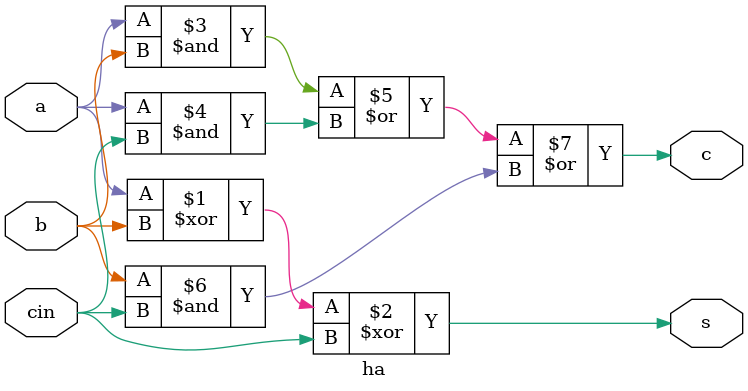
<source format=v>
module ha(a,b,cin,s,c);
input a,b,cin;
output s,c;
assign s=a^b^cin;
assign c=(a&b)|(a&cin)|(b&cin);
endmodule

</source>
